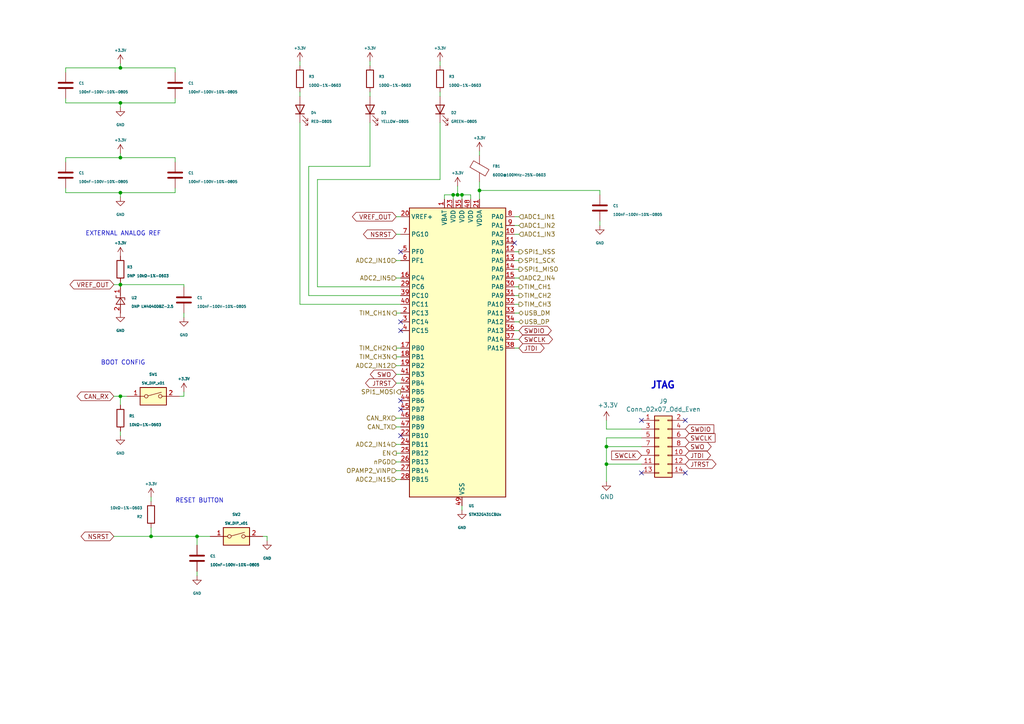
<source format=kicad_sch>
(kicad_sch (version 20230121) (generator eeschema)
  (paper "A4")
  (lib_symbols
    (symbol "Connector_Generic:Conn_02x07_Odd_Even" (pin_names (offset 1.016) hide)
      (property "Reference" "J" (at 1.27 10.16 0))
      (property "Value" "Conn_02x07_Odd_Even" (at 1.27 -10.16 0))
      (symbol "Conn_02x07_Odd_Even_1_1"
        (rectangle (start -1.27 -7.493) (end 0 -7.747) (stroke (width 0.1524)))
        (rectangle (start -1.27 -4.953) (end 0 -5.207) (stroke (width 0.1524)))
        (rectangle (start -1.27 -2.413) (end 0 -2.667) (stroke (width 0.1524)))
        (rectangle (start -1.27 0.127) (end 0 -0.127) (stroke (width 0.1524)))
        (rectangle (start -1.27 2.667) (end 0 2.413) (stroke (width 0.1524)))
        (rectangle (start -1.27 5.207) (end 0 4.953) (stroke (width 0.1524)))
        (rectangle (start -1.27 7.747) (end 0 7.493) (stroke (width 0.1524)))
        (rectangle (start -1.27 8.89) (end 3.81 -8.89) (stroke (width 0.254)) (fill (type background)))
        (rectangle (start 3.81 -7.493) (end 2.54 -7.747) (stroke (width 0.1524)))
        (rectangle (start 3.81 -4.953) (end 2.54 -5.207) (stroke (width 0.1524)))
        (rectangle (start 3.81 -2.413) (end 2.54 -2.667) (stroke (width 0.1524)))
        (rectangle (start 3.81 0.127) (end 2.54 -0.127) (stroke (width 0.1524)))
        (rectangle (start 3.81 2.667) (end 2.54 2.413) (stroke (width 0.1524)))
        (rectangle (start 3.81 5.207) (end 2.54 4.953) (stroke (width 0.1524)))
        (rectangle (start 3.81 7.747) (end 2.54 7.493) (stroke (width 0.1524)))
        (pin passive line (at -5.08 7.62 0) (length 3.81) (name "Pin_1") (number "1"))
        (pin passive line (at 7.62 -2.54 180) (length 3.81) (name "Pin_10") (number "10"))
        (pin passive line (at -5.08 -5.08 0) (length 3.81) (name "Pin_11") (number "11"))
        (pin passive line (at 7.62 -5.08 180) (length 3.81) (name "Pin_12") (number "12"))
        (pin passive line (at -5.08 -7.62 0) (length 3.81) (name "Pin_13") (number "13"))
        (pin passive line (at 7.62 -7.62 180) (length 3.81) (name "Pin_14") (number "14"))
        (pin passive line (at 7.62 7.62 180) (length 3.81) (name "Pin_2") (number "2"))
        (pin passive line (at -5.08 5.08 0) (length 3.81) (name "Pin_3") (number "3"))
        (pin passive line (at 7.62 5.08 180) (length 3.81) (name "Pin_4") (number "4"))
        (pin passive line (at -5.08 2.54 0) (length 3.81) (name "Pin_5") (number "5"))
        (pin passive line (at 7.62 2.54 180) (length 3.81) (name "Pin_6") (number "6"))
        (pin passive line (at -5.08 0 0) (length 3.81) (name "Pin_7") (number "7"))
        (pin passive line (at 7.62 0 180) (length 3.81) (name "Pin_8") (number "8"))
        (pin passive line (at -5.08 -2.54 0) (length 3.81) (name "Pin_9") (number "9"))
      )
    )
    (symbol "Device:C" (pin_numbers hide) (pin_names (offset 0.254))
      (property "Reference" "C" (at 0.635 2.54 0))
      (property "Value" "C" (at 0.635 -2.54 0))
      (symbol "C_0_1"
        (polyline (pts (xy -2.032 -0.762) (xy 2.032 -0.762)) (stroke (width 0.508)))
        (polyline (pts (xy -2.032 0.762) (xy 2.032 0.762)) (stroke (width 0.508)))
      )
      (symbol "C_1_1"
        (pin passive line (at 0 3.81 270) (length 2.794) (name "~") (number "1"))
        (pin passive line (at 0 -3.81 90) (length 2.794) (name "~") (number "2"))
      )
    )
    (symbol "Device:FerriteBead" (pin_numbers hide) (pin_names (offset 0))
      (property "Reference" "FB" (at -3.81 0.635 90))
      (property "Value" "FerriteBead" (at 3.81 0 90))
      (symbol "FerriteBead_0_1"
        (polyline (pts (xy 0 -1.27) (xy 0 -1.2192)))
        (polyline (pts (xy 0 1.27) (xy 0 1.2954)))
        (polyline (pts (xy -2.7686 0.4064) (xy -1.7018 2.2606) (xy 2.7686 -0.3048) (xy 1.6764 -2.159) (xy -2.7686 0.4064)))
      )
      (symbol "FerriteBead_1_1"
        (pin passive line (at 0 3.81 270) (length 2.54) (name "~") (number "1"))
        (pin passive line (at 0 -3.81 90) (length 2.54) (name "~") (number "2"))
      )
    )
    (symbol "Device:LED" (pin_numbers hide) (pin_names (offset 1.016) hide)
      (property "Reference" "D" (at 0 2.54 0))
      (property "Value" "LED" (at 0 -2.54 0))
      (symbol "LED_0_1"
        (polyline (pts (xy -1.27 -1.27) (xy -1.27 1.27)) (stroke (width 0.254)))
        (polyline (pts (xy -1.27 0) (xy 1.27 0)))
        (polyline (pts (xy 1.27 -1.27) (xy 1.27 1.27) (xy -1.27 0) (xy 1.27 -1.27)) (stroke (width 0.254)))
        (polyline (pts (xy -3.048 -0.762) (xy -4.572 -2.286) (xy -3.81 -2.286) (xy -4.572 -2.286) (xy -4.572 -1.524)))
        (polyline (pts (xy -1.778 -0.762) (xy -3.302 -2.286) (xy -2.54 -2.286) (xy -3.302 -2.286) (xy -3.302 -1.524)))
      )
      (symbol "LED_1_1"
        (pin passive line (at -3.81 0 0) (length 2.54) (name "K") (number "1"))
        (pin passive line (at 3.81 0 180) (length 2.54) (name "A") (number "2"))
      )
    )
    (symbol "Device:R" (pin_numbers hide) (pin_names (offset 0))
      (property "Reference" "R" (at 2.032 0 90))
      (property "Value" "R" (at 0 0 90))
      (symbol "R_0_1"
        (rectangle (start -1.016 -2.54) (end 1.016 2.54) (stroke (width 0.254)))
      )
      (symbol "R_1_1"
        (pin passive line (at 0 3.81 270) (length 1.27) (name "~") (number "1"))
        (pin passive line (at 0 -3.81 90) (length 1.27) (name "~") (number "2"))
      )
    )
    (symbol "MCU_ST_STM32G4:STM32G431CBUx"
      (property "Reference" "U" (at -12.7 44.45 0))
      (property "Value" "STM32G431CBUx" (at 10.16 44.45 0))
      (symbol "STM32G431CBUx_0_1"
        (rectangle (start -12.7 -40.64) (end 15.24 43.18) (stroke (width 0.254)) (fill (type background)))
      )
      (symbol "STM32G431CBUx_1_1"
        (pin power_in line (at -2.54 45.72 270) (length 2.54) (name "VBAT") (number "1"))
        (pin bidirectional line (at 17.78 35.56 180) (length 2.54) (name "PA2") (number "10"))
        (pin bidirectional line (at 17.78 33.02 180) (length 2.54) (name "PA3") (number "11"))
        (pin bidirectional line (at 17.78 30.48 180) (length 2.54) (name "PA4") (number "12"))
        (pin bidirectional line (at 17.78 27.94 180) (length 2.54) (name "PA5") (number "13"))
        (pin bidirectional line (at 17.78 25.4 180) (length 2.54) (name "PA6") (number "14"))
        (pin bidirectional line (at 17.78 22.86 180) (length 2.54) (name "PA7") (number "15"))
        (pin bidirectional line (at -15.24 22.86 0) (length 2.54) (name "PC4") (number "16"))
        (pin bidirectional line (at -15.24 2.54 0) (length 2.54) (name "PB0") (number "17"))
        (pin bidirectional line (at -15.24 0 0) (length 2.54) (name "PB1") (number "18"))
        (pin bidirectional line (at -15.24 -2.54 0) (length 2.54) (name "PB2") (number "19"))
        (pin bidirectional line (at -15.24 12.7 0) (length 2.54) (name "PC13") (number "2"))
        (pin input line (at -15.24 40.64 0) (length 2.54) (name "VREF+") (number "20"))
        (pin power_in line (at 7.62 45.72 270) (length 2.54) (name "VDDA") (number "21"))
        (pin bidirectional line (at -15.24 -22.86 0) (length 2.54) (name "PB10") (number "22"))
        (pin power_in line (at 0 45.72 270) (length 2.54) (name "VDD") (number "23"))
        (pin bidirectional line (at -15.24 -25.4 0) (length 2.54) (name "PB11") (number "24"))
        (pin bidirectional line (at -15.24 -27.94 0) (length 2.54) (name "PB12") (number "25"))
        (pin bidirectional line (at -15.24 -30.48 0) (length 2.54) (name "PB13") (number "26"))
        (pin bidirectional line (at -15.24 -33.02 0) (length 2.54) (name "PB14") (number "27"))
        (pin bidirectional line (at -15.24 -35.56 0) (length 2.54) (name "PB15") (number "28"))
        (pin bidirectional line (at -15.24 20.32 0) (length 2.54) (name "PC6") (number "29"))
        (pin bidirectional line (at -15.24 10.16 0) (length 2.54) (name "PC14") (number "3"))
        (pin bidirectional line (at 17.78 20.32 180) (length 2.54) (name "PA8") (number "30"))
        (pin bidirectional line (at 17.78 17.78 180) (length 2.54) (name "PA9") (number "31"))
        (pin bidirectional line (at 17.78 15.24 180) (length 2.54) (name "PA10") (number "32"))
        (pin bidirectional line (at 17.78 12.7 180) (length 2.54) (name "PA11") (number "33"))
        (pin bidirectional line (at 17.78 10.16 180) (length 2.54) (name "PA12") (number "34"))
        (pin power_in line (at 2.54 45.72 270) (length 2.54) (name "VDD") (number "35"))
        (pin bidirectional line (at 17.78 7.62 180) (length 2.54) (name "PA13") (number "36"))
        (pin bidirectional line (at 17.78 5.08 180) (length 2.54) (name "PA14") (number "37"))
        (pin bidirectional line (at 17.78 2.54 180) (length 2.54) (name "PA15") (number "38"))
        (pin bidirectional line (at -15.24 17.78 0) (length 2.54) (name "PC10") (number "39"))
        (pin bidirectional line (at -15.24 7.62 0) (length 2.54) (name "PC15") (number "4"))
        (pin bidirectional line (at -15.24 15.24 0) (length 2.54) (name "PC11") (number "40"))
        (pin bidirectional line (at -15.24 -5.08 0) (length 2.54) (name "PB3") (number "41"))
        (pin bidirectional line (at -15.24 -7.62 0) (length 2.54) (name "PB4") (number "42"))
        (pin bidirectional line (at -15.24 -10.16 0) (length 2.54) (name "PB5") (number "43"))
        (pin bidirectional line (at -15.24 -12.7 0) (length 2.54) (name "PB6") (number "44"))
        (pin bidirectional line (at -15.24 -15.24 0) (length 2.54) (name "PB7") (number "45"))
        (pin bidirectional line (at -15.24 -17.78 0) (length 2.54) (name "PB8") (number "46"))
        (pin bidirectional line (at -15.24 -20.32 0) (length 2.54) (name "PB9") (number "47"))
        (pin power_in line (at 5.08 45.72 270) (length 2.54) (name "VDD") (number "48"))
        (pin power_in line (at 2.54 -43.18 90) (length 2.54) (name "VSS") (number "49"))
        (pin bidirectional line (at -15.24 30.48 0) (length 2.54) (name "PF0") (number "5"))
        (pin bidirectional line (at -15.24 27.94 0) (length 2.54) (name "PF1") (number "6"))
        (pin bidirectional line (at -15.24 35.56 0) (length 2.54) (name "PG10") (number "7"))
        (pin bidirectional line (at 17.78 40.64 180) (length 2.54) (name "PA0") (number "8"))
        (pin bidirectional line (at 17.78 38.1 180) (length 2.54) (name "PA1") (number "9"))
      )
    )
    (symbol "Reference_Voltage:LM4040DBZ-2.5" (pin_names (offset 0.0254) hide)
      (property "Reference" "U" (at 0 2.54 0))
      (property "Value" "LM4040DBZ-2.5" (at 0 -3.175 0))
      (symbol "LM4040DBZ-2.5_0_1"
        (polyline (pts (xy -1.27 0) (xy 0 0) (xy 1.27 0)))
        (polyline (pts (xy -1.27 -1.27) (xy 0.635 0) (xy -1.27 1.27) (xy -1.27 -1.27)) (stroke (width 0.2032)))
        (polyline (pts (xy 0 -1.27) (xy 0.635 -1.27) (xy 0.635 1.27) (xy 1.27 1.27)) (stroke (width 0.2032)))
      )
      (symbol "LM4040DBZ-2.5_1_1"
        (pin passive line (at 3.81 0 180) (length 2.54) (name "K") (number "1"))
        (pin passive line (at -3.81 0 0) (length 2.54) (name "A") (number "2"))
      )
    )
    (symbol "Switch:SW_DIP_x01" (pin_names (offset 0) hide)
      (property "Reference" "SW" (at 0 3.81 0))
      (property "Value" "SW_DIP_x01" (at 0 -3.81 0))
      (symbol "SW_DIP_x01_0_0"
        (circle (center -2.032 0) (radius 0.508))
        (polyline (pts (xy -1.524 0.127) (xy 2.3622 1.1684)))
        (circle (center 2.032 0) (radius 0.508))
      )
      (symbol "SW_DIP_x01_0_1"
        (rectangle (start -3.81 2.54) (end 3.81 -2.54) (stroke (width 0.254)) (fill (type background)))
      )
      (symbol "SW_DIP_x01_1_1"
        (pin passive line (at -7.62 0 0) (length 5.08) (name "~") (number "1"))
        (pin passive line (at 7.62 0 180) (length 5.08) (name "~") (number "2"))
      )
    )
    (symbol "power:+3.3V" (power) (pin_names (offset 0))
      (property "Value" "+3.3V" (at 0 3.556 0))
      (symbol "+3.3V_0_1"
        (polyline (pts (xy -0.762 1.27) (xy 0 2.54)))
        (polyline (pts (xy 0 0) (xy 0 2.54)))
        (polyline (pts (xy 0 2.54) (xy 0.762 1.27)))
      )
      (symbol "+3.3V_1_1"
        (pin power_in line (at 0 0 90) (length 0) hide (name "+3.3V") (number "1"))
      )
    )
    (symbol "power:GND" (power) (pin_names (offset 0))
      (property "Value" "GND" (at 0 -3.81 0))
      (symbol "GND_0_1"
        (polyline (pts (xy 0 0) (xy 0 -1.27) (xy 1.27 -1.27) (xy 0 -2.54) (xy -1.27 -1.27) (xy 0 -1.27)))
      )
      (symbol "GND_1_1"
        (pin power_in line (at 0 0 270) (length 0) hide (name "GND") (number "1"))
      )
    )
  )
  (junction (at 34.925 55.88))
  (junction (at 43.815 155.575))
  (junction (at 57.15 155.575))
  (junction (at 175.895 134.62))
  (junction (at 131.445 56.515))
  (junction (at 34.925 82.55))
  (junction (at 133.985 56.515))
  (junction (at 175.895 129.54))
  (junction (at 34.925 114.935))
  (junction (at 34.925 29.845))
  (junction (at 132.715 56.515))
  (junction (at 34.925 19.685))
  (junction (at 34.925 45.72))
  (junction (at 139.065 55.245))
  (no_connect (at 116.205 73.025))
  (no_connect (at 116.205 95.885))
  (no_connect (at 186.055 121.92))
  (no_connect (at 116.205 118.745))
  (no_connect (at 116.205 126.365))
  (no_connect (at 149.225 70.485))
  (no_connect (at 186.055 137.16))
  (no_connect (at 116.205 116.205))
  (no_connect (at 198.755 121.92))
  (no_connect (at 116.205 93.345))
  (no_connect (at 198.755 137.16))
  (wire (pts (xy 19.05 29.845) (xy 34.925 29.845)))
  (wire (pts (xy 139.065 43.815) (xy 139.065 45.085)))
  (wire (pts (xy 77.47 156.845) (xy 77.47 155.575)))
  (wire (pts (xy 149.225 88.265) (xy 150.495 88.265)))
  (wire (pts (xy 50.8 19.685) (xy 50.8 20.955)))
  (wire (pts (xy 139.065 52.705) (xy 139.065 55.245)))
  (wire (pts (xy 133.985 56.515) (xy 133.985 57.785)))
  (wire (pts (xy 175.895 134.62) (xy 186.055 134.62)))
  (wire (pts (xy 50.8 45.72) (xy 50.8 46.99)))
  (wire (pts (xy 34.925 19.685) (xy 50.8 19.685)))
  (wire (pts (xy 50.8 55.88) (xy 50.8 54.61)))
  (wire (pts (xy 133.985 146.685) (xy 133.985 147.955)))
  (wire (pts (xy 149.225 95.885) (xy 150.495 95.885)))
  (wire (pts (xy 86.995 17.78) (xy 86.995 19.05)))
  (wire (pts (xy 149.225 83.185) (xy 150.495 83.185)))
  (wire (pts (xy 127.635 35.56) (xy 127.635 52.07)))
  (wire (pts (xy 92.075 83.185) (xy 92.075 52.07)))
  (wire (pts (xy 139.065 55.245) (xy 139.065 57.785)))
  (wire (pts (xy 173.99 64.135) (xy 173.99 65.405)))
  (wire (pts (xy 34.925 45.72) (xy 50.8 45.72)))
  (wire (pts (xy 34.925 55.88) (xy 50.8 55.88)))
  (wire (pts (xy 43.815 145.415) (xy 43.815 144.145)))
  (wire (pts (xy 116.205 67.945) (xy 114.935 67.945)))
  (wire (pts (xy 76.2 155.575) (xy 77.47 155.575)))
  (wire (pts (xy 53.34 90.805) (xy 53.34 92.075)))
  (wire (pts (xy 34.925 82.55) (xy 34.925 83.185)))
  (wire (pts (xy 52.07 114.935) (xy 53.34 114.935)))
  (wire (pts (xy 34.925 29.845) (xy 50.8 29.845)))
  (wire (pts (xy 34.925 114.935) (xy 36.83 114.935)))
  (wire (pts (xy 132.715 53.975) (xy 132.715 56.515)))
  (wire (pts (xy 116.205 100.965) (xy 114.935 100.965)))
  (wire (pts (xy 127.635 26.67) (xy 127.635 27.94)))
  (wire (pts (xy 34.925 55.88) (xy 34.925 57.15)))
  (wire (pts (xy 19.05 20.955) (xy 19.05 19.685)))
  (wire (pts (xy 107.315 17.78) (xy 107.315 19.05)))
  (wire (pts (xy 33.02 82.55) (xy 34.925 82.55)))
  (wire (pts (xy 34.925 44.45) (xy 34.925 45.72)))
  (wire (pts (xy 127.635 17.78) (xy 127.635 19.05)))
  (wire (pts (xy 89.535 85.725) (xy 116.205 85.725)))
  (wire (pts (xy 19.05 28.575) (xy 19.05 29.845)))
  (wire (pts (xy 149.225 93.345) (xy 150.495 93.345)))
  (wire (pts (xy 43.815 155.575) (xy 57.15 155.575)))
  (wire (pts (xy 186.055 127) (xy 175.895 127)))
  (wire (pts (xy 116.205 80.645) (xy 114.935 80.645)))
  (wire (pts (xy 33.02 114.935) (xy 34.925 114.935)))
  (wire (pts (xy 149.225 73.025) (xy 150.495 73.025)))
  (wire (pts (xy 116.205 108.585) (xy 114.935 108.585)))
  (wire (pts (xy 128.905 57.785) (xy 128.905 56.515)))
  (wire (pts (xy 57.15 155.575) (xy 60.96 155.575)))
  (wire (pts (xy 175.895 124.46) (xy 186.055 124.46)))
  (wire (pts (xy 149.225 85.725) (xy 150.495 85.725)))
  (wire (pts (xy 149.225 65.405) (xy 150.495 65.405)))
  (wire (pts (xy 19.05 54.61) (xy 19.05 55.88)))
  (wire (pts (xy 116.205 62.865) (xy 114.935 62.865)))
  (wire (pts (xy 34.925 29.845) (xy 34.925 31.115)))
  (wire (pts (xy 34.925 18.415) (xy 34.925 19.685)))
  (wire (pts (xy 149.225 80.645) (xy 150.495 80.645)))
  (wire (pts (xy 149.225 67.945) (xy 150.495 67.945)))
  (wire (pts (xy 128.905 56.515) (xy 131.445 56.515)))
  (wire (pts (xy 131.445 56.515) (xy 132.715 56.515)))
  (wire (pts (xy 107.315 35.56) (xy 107.315 48.26)))
  (wire (pts (xy 114.935 133.985) (xy 116.205 133.985)))
  (wire (pts (xy 34.925 114.935) (xy 34.925 117.475)))
  (wire (pts (xy 57.15 165.735) (xy 57.15 167.005)))
  (wire (pts (xy 173.99 55.245) (xy 139.065 55.245)))
  (wire (pts (xy 116.205 90.805) (xy 114.935 90.805)))
  (wire (pts (xy 86.995 88.265) (xy 116.205 88.265)))
  (wire (pts (xy 175.895 134.62) (xy 175.895 139.7)))
  (wire (pts (xy 53.34 114.935) (xy 53.34 113.665)))
  (wire (pts (xy 92.075 52.07) (xy 127.635 52.07)))
  (wire (pts (xy 149.225 100.965) (xy 150.495 100.965)))
  (wire (pts (xy 89.535 48.26) (xy 107.315 48.26)))
  (wire (pts (xy 116.205 123.825) (xy 114.935 123.825)))
  (wire (pts (xy 149.225 62.865) (xy 150.495 62.865)))
  (wire (pts (xy 149.225 90.805) (xy 150.495 90.805)))
  (wire (pts (xy 136.525 56.515) (xy 136.525 57.785)))
  (wire (pts (xy 149.225 78.105) (xy 150.495 78.105)))
  (wire (pts (xy 175.895 129.54) (xy 175.895 134.62)))
  (wire (pts (xy 19.05 55.88) (xy 34.925 55.88)))
  (wire (pts (xy 149.225 98.425) (xy 150.495 98.425)))
  (wire (pts (xy 116.205 75.565) (xy 114.935 75.565)))
  (wire (pts (xy 132.715 56.515) (xy 133.985 56.515)))
  (wire (pts (xy 175.895 124.46) (xy 175.895 121.92)))
  (wire (pts (xy 116.205 111.125) (xy 114.935 111.125)))
  (wire (pts (xy 116.205 103.505) (xy 114.935 103.505)))
  (wire (pts (xy 50.8 29.845) (xy 50.8 28.575)))
  (wire (pts (xy 149.225 75.565) (xy 150.495 75.565)))
  (wire (pts (xy 34.925 82.55) (xy 53.34 82.55)))
  (wire (pts (xy 116.205 106.045) (xy 114.935 106.045)))
  (wire (pts (xy 175.895 129.54) (xy 186.055 129.54)))
  (wire (pts (xy 131.445 56.515) (xy 131.445 57.785)))
  (wire (pts (xy 116.205 128.905) (xy 114.935 128.905)))
  (wire (pts (xy 53.34 82.55) (xy 53.34 83.185)))
  (wire (pts (xy 34.925 125.095) (xy 34.925 126.365)))
  (wire (pts (xy 92.075 83.185) (xy 116.205 83.185)))
  (wire (pts (xy 43.815 155.575) (xy 43.815 153.035)))
  (wire (pts (xy 19.05 19.685) (xy 34.925 19.685)))
  (wire (pts (xy 114.935 131.445) (xy 116.205 131.445)))
  (wire (pts (xy 175.895 127) (xy 175.895 129.54)))
  (wire (pts (xy 86.995 26.67) (xy 86.995 27.94)))
  (wire (pts (xy 19.05 46.99) (xy 19.05 45.72)))
  (wire (pts (xy 89.535 85.725) (xy 89.535 48.26)))
  (wire (pts (xy 116.205 136.525) (xy 114.935 136.525)))
  (wire (pts (xy 133.985 56.515) (xy 136.525 56.515)))
  (wire (pts (xy 57.15 155.575) (xy 57.15 158.115)))
  (wire (pts (xy 86.995 35.56) (xy 86.995 88.265)))
  (wire (pts (xy 19.05 45.72) (xy 34.925 45.72)))
  (wire (pts (xy 33.02 155.575) (xy 43.815 155.575)))
  (wire (pts (xy 34.925 81.915) (xy 34.925 82.55)))
  (wire (pts (xy 107.315 26.67) (xy 107.315 27.94)))
  (wire (pts (xy 116.205 139.065) (xy 114.935 139.065)))
  (wire (pts (xy 173.99 56.515) (xy 173.99 55.245)))
  (wire (pts (xy 116.205 121.285) (xy 114.935 121.285)))
  (text "JTAG" (at 188.595 113.03 0) (effects (font (size 2.0066 2.0066) (thickness 0.4013) bold) (justify left bottom)))
  (text "RESET BUTTON" (at 50.8 146.05 0) (effects (font (size 1.27 1.27)) (justify left bottom)))
  (text "BOOT CONFIG" (at 29.21 106.045 0) (effects (font (size 1.27 1.27)) (justify left bottom)))
  (text "EXTERNAL ANALOG REF" (at 24.765 68.58 0) (effects (font (size 1.27 1.27)) (justify left bottom)))
  (global_label "SWDIO" (shape bidirectional) (at 150.495 95.885 0) (property "Intersheetrefs" "${INTERSHEET_REFS}" (effects hide)))
  (global_label "SWCLK" (shape input) (at 186.055 132.08 180) (property "Intersheetrefs" "${INTERSHEET_REFS}" (effects hide)))
  (global_label "JTRST" (shape bidirectional) (at 114.935 111.125 180) (property "Intersheetrefs" "${INTERSHEET_REFS}" (effects hide)))
  (global_label "JTRST" (shape bidirectional) (at 198.755 134.62 0) (property "Intersheetrefs" "${INTERSHEET_REFS}" (effects hide)))
  (global_label "CAN_RX" (shape bidirectional) (at 33.02 114.935 180) (property "Intersheetrefs" "${INTERSHEET_REFS}" (effects hide)))
  (global_label "JTDI" (shape bidirectional) (at 150.495 100.965 0) (property "Intersheetrefs" "${INTERSHEET_REFS}" (effects hide)))
  (global_label "SWO" (shape bidirectional) (at 198.755 129.54 0) (property "Intersheetrefs" "${INTERSHEET_REFS}" (effects hide)))
  (global_label "JTDI" (shape bidirectional) (at 198.755 132.08 0) (property "Intersheetrefs" "${INTERSHEET_REFS}" (effects hide)))
  (global_label "NSRST" (shape bidirectional) (at 114.935 67.945 180) (property "Intersheetrefs" "${INTERSHEET_REFS}" (effects hide)))
  (global_label "VREF_OUT" (shape bidirectional) (at 114.935 62.865 180) (property "Intersheetrefs" "${INTERSHEET_REFS}" (effects hide)))
  (global_label "SWCLK" (shape bidirectional) (at 150.495 98.425 0) (property "Intersheetrefs" "${INTERSHEET_REFS}" (effects hide)))
  (global_label "SWCLK" (shape input) (at 198.755 127 0) (property "Intersheetrefs" "${INTERSHEET_REFS}" (effects hide)))
  (global_label "VREF_OUT" (shape bidirectional) (at 33.02 82.55 180) (property "Intersheetrefs" "${INTERSHEET_REFS}" (effects hide)))
  (global_label "SWDIO" (shape input) (at 198.755 124.46 0) (property "Intersheetrefs" "${INTERSHEET_REFS}" (effects hide)))
  (global_label "SWO" (shape bidirectional) (at 114.935 108.585 180) (property "Intersheetrefs" "${INTERSHEET_REFS}" (effects hide)))
  (global_label "NSRST" (shape bidirectional) (at 33.02 155.575 180) (property "Intersheetrefs" "${INTERSHEET_REFS}" (effects hide)))
  (hierarchical_label "TIM_CH3" (shape output) (at 150.495 88.265 0))
  (hierarchical_label "ADC1_IN2" (shape input) (at 150.495 65.405 0))
  (hierarchical_label "OPAMP2_VINP" (shape input) (at 114.935 136.525 180))
  (hierarchical_label "TIM_CH1N" (shape output) (at 114.935 90.805 180))
  (hierarchical_label "EN" (shape output) (at 114.935 131.445 180))
  (hierarchical_label "TIM_CH2" (shape output) (at 150.495 85.725 0))
  (hierarchical_label "ADC2_IN14" (shape input) (at 114.935 128.905 180))
  (hierarchical_label "SPI1_MOSI" (shape output) (at 116.205 113.665 180))
  (hierarchical_label "ADC2_IN5" (shape input) (at 114.935 80.645 180))
  (hierarchical_label "ADC2_IN10" (shape input) (at 114.935 75.565 180))
  (hierarchical_label "USB_DP" (shape bidirectional) (at 150.495 93.345 0))
  (hierarchical_label "TIM_CH3N" (shape output) (at 114.935 103.505 180))
  (hierarchical_label "SPI1_NSS" (shape output) (at 150.495 73.025 0))
  (hierarchical_label "SPI1_MISO" (shape output) (at 150.495 78.105 0))
  (hierarchical_label "ADC2_IN15" (shape input) (at 114.935 139.065 180))
  (hierarchical_label "USB_DM" (shape bidirectional) (at 150.495 90.805 0))
  (hierarchical_label "ADC2_IN4" (shape input) (at 150.495 80.645 0))
  (hierarchical_label "TIM_CH1" (shape output) (at 150.495 83.185 0))
  (hierarchical_label "SPI1_SCK" (shape output) (at 150.495 75.565 0))
  (hierarchical_label "TIM_CH2N" (shape output) (at 114.935 100.965 180))
  (hierarchical_label "CAN_TX" (shape input) (at 114.935 123.825 180))
  (hierarchical_label "ADC1_IN3" (shape input) (at 150.495 67.945 0))
  (hierarchical_label "ADC2_IN12" (shape input) (at 114.935 106.045 180))
  (hierarchical_label "ADC1_IN1" (shape input) (at 150.495 62.865 0))
  (hierarchical_label "nPGD" (shape input) (at 114.935 133.985 180))
  (hierarchical_label "CAN_RX" (shape input) (at 114.935 121.285 180))
  (symbol (lib_id "power:GND") (at 57.15 167.005 0) (unit 1)
    (property "Reference" "#PWR03" (effects hide))
    (property "Value" "GND" (at 57.15 172.085 0) (effects (font (size 0.75 0.75))))
    (instances (project "Knockoff Inverter" (path "" (reference "#PWR03") (unit 1)) (path "" (reference "#PWR031") (unit 1))))
  )
  (symbol (lib_id "power:+3.3V") (at 132.715 53.975 0) (unit 1)
    (property "Reference" "#PWR06" (effects hide))
    (property "Value" "+3.3V" (at 132.715 50.165 0) (effects (font (size 0.75 0.75))))
    (instances (project "Knockoff Inverter" (path "" (reference "#PWR06") (unit 1)) (path "" (reference "#PWR05") (unit 1))))
  )
  (symbol (lib_id "power:GND") (at 53.34 92.075 0) (unit 1)
    (property "Reference" "#PWR03" (effects hide))
    (property "Value" "GND" (at 53.34 97.155 0) (effects (font (size 0.75 0.75))))
    (instances (project "Knockoff Inverter" (path "" (reference "#PWR03") (unit 1)) (path "" (reference "#PWR069") (unit 1))))
  )
  (symbol (lib_id "Device:R") (at 43.815 149.225 180) (unit 1)
    (property "Reference" "R2" (at 41.275 149.86 0) (effects (font (size 0.75 0.75)) (justify left)))
    (property "Value" "10kΩ-1%-0603" (at 41.275 147.32 0) (effects (font (size 0.75 0.75)) (justify left)))
    (property "Footprint" "Resistor_SMD:R_0603_1608Metric" (effects hide))
    (property "Datasheet" "0603WAF1002T5E" (effects hide))
    (property "LCSC" "C25197" (effects hide))
    (property "MPN" "C25197" (effects hide))
  )
  (symbol (lib_id "power:+3.3V") (at 53.34 113.665 0) (unit 1)
    (property "Reference" "#PWR02" (effects hide))
    (property "Value" "+3.3V" (at 53.34 109.855 0) (effects (font (size 0.75 0.75))))
    (instances (project "Knockoff Inverter" (path "" (reference "#PWR02") (unit 1)) (path "" (reference "#PWR03") (unit 1))))
  )
  (symbol (lib_id "Switch:SW_DIP_x01") (at 68.58 155.575 0) (unit 1)
    (property "Reference" "SW2" (at 68.58 149.225 0) (effects (font (size 0.75 0.75))))
    (property "Value" "SW_DIP_x01" (at 68.58 151.765 0) (effects (font (size 0.75 0.75))))
    (property "Footprint" "_Home_Grow:TS1187ABAB" (effects hide))
    (property "LCSC" "C318884" (effects hide))
    (property "MPN" "C318884" (effects hide))
  )
  (symbol (lib_id "power:+3.3V") (at 34.925 18.415 0) (unit 1)
    (property "Reference" "#PWR07" (effects hide))
    (property "Value" "+3.3V" (at 34.925 14.605 0) (effects (font (size 0.75 0.75))))
    (instances (project "Knockoff Inverter" (path "" (reference "#PWR07") (unit 1)) (path "" (reference "#PWR020") (unit 1))))
  )
  (symbol (lib_id "Device:C") (at 173.99 60.325 180) (unit 1)
    (property "Reference" "C1" (at 177.8 59.69 0) (effects (font (size 0.75 0.75)) (justify right)))
    (property "Value" "100nF-100V-10%-0805" (at 177.8 62.23 0) (effects (font (size 0.75 0.75)) (justify right)))
    (property "Footprint" "Capacitor_SMD:C_0805_2012Metric" (effects hide))
    (property "Datasheet" "https://www.lcsc.com/product-detail/Multilayer-Ceramic-Capacitors-MLCC-SMD-SMT_Samsung-Electro-Mechanics-CL21B104KCFNNNE_C28233.html" (effects hide))
    (property "LCSC" "C28233" (effects hide))
    (property "MPN" "C28233" (effects hide))
    (instances (project "Knockoff Inverter" (path "" (reference "C1") (unit 1)) (path "" (reference "C3") (unit 1)) (path "" (reference "C14") (unit 1))))
  )
  (symbol (lib_id "power:+3.3V") (at 127.635 17.78 0) (unit 1)
    (property "Reference" "#PWR07" (effects hide))
    (property "Value" "+3.3V" (at 127.635 13.97 0) (effects (font (size 0.75 0.75))))
    (instances (project "Knockoff Inverter" (path "" (reference "#PWR07") (unit 1)) (path "" (reference "#PWR072") (unit 1))))
  )
  (symbol (lib_id "power:GND") (at 133.985 147.955 0) (unit 1)
    (property "Reference" "#PWR05" (effects hide))
    (property "Value" "GND" (at 133.985 153.035 0) (effects (font (size 0.75 0.75))))
    (instances (project "Knockoff Inverter" (path "" (reference "#PWR05") (unit 1)) (path "" (reference "#PWR06") (unit 1))))
  )
  (symbol (lib_id "power:GND") (at 77.47 156.845 0) (unit 1)
    (property "Reference" "#PWR01" (effects hide))
    (property "Value" "GND" (at 77.47 161.925 0) (effects (font (size 0.75 0.75))))
    (instances (project "Knockoff Inverter" (path "" (reference "#PWR01") (unit 1)) (path "" (reference "#PWR04") (unit 1))))
  )
  (symbol (lib_id "Device:R") (at 107.315 22.86 0) (unit 1)
    (property "Reference" "R3" (at 109.855 22.225 0) (effects (font (size 0.75 0.75)) (justify left)))
    (property "Value" "100Ω-1%-0603" (at 109.855 24.765 0) (effects (font (size 0.75 0.75)) (justify left)))
    (property "Footprint" "Resistor_SMD:R_0603_1608Metric" (effects hide))
    (property "Datasheet" "0603WAF1000T5E" (effects hide))
    (property "LCSC" "C22775" (effects hide))
    (property "MPN" "C22775" (effects hide))
    (instances (project "Knockoff Inverter" (path "" (reference "R3") (unit 1)) (path "" (reference "R12") (unit 1))))
  )
  (symbol (lib_id "Device:C") (at 50.8 50.8 180) (unit 1)
    (property "Reference" "C1" (at 54.61 50.165 0) (effects (font (size 0.75 0.75)) (justify right)))
    (property "Value" "100nF-100V-10%-0805" (at 54.61 52.705 0) (effects (font (size 0.75 0.75)) (justify right)))
    (property "Footprint" "Capacitor_SMD:C_0805_2012Metric" (effects hide))
    (property "Datasheet" "https://www.lcsc.com/product-detail/Multilayer-Ceramic-Capacitors-MLCC-SMD-SMT_Samsung-Electro-Mechanics-CL21B104KCFNNNE_C28233.html" (effects hide))
    (property "LCSC" "C28233" (effects hide))
    (property "MPN" "C28233" (effects hide))
    (instances (project "Knockoff Inverter" (path "" (reference "C1") (unit 1)) (path "" (reference "C3") (unit 1)) (path "" (reference "C9") (unit 1))))
  )
  (symbol (lib_id "Device:C") (at 57.15 161.925 180) (unit 1)
    (property "Reference" "C1" (at 60.96 161.29 0) (effects (font (size 0.75 0.75)) (justify right)))
    (property "Value" "100nF-100V-10%-0805" (at 60.96 163.83 0) (effects (font (size 0.75 0.75)) (justify right)))
    (property "Footprint" "Capacitor_SMD:C_0805_2012Metric" (effects hide))
    (property "Datasheet" "https://www.lcsc.com/product-detail/Multilayer-Ceramic-Capacitors-MLCC-SMD-SMT_Samsung-Electro-Mechanics-CL21B104KCFNNNE_C28233.html" (effects hide))
    (property "LCSC" "C28233" (effects hide))
    (property "MPN" "C28233" (effects hide))
    (instances (project "Knockoff Inverter" (path "" (reference "C1") (unit 1)) (path "" (reference "C3") (unit 1)) (path "" (reference "C11") (unit 1))))
  )
  (symbol (lib_id "Device:LED") (at 107.315 31.75 90) (unit 1)
    (property "Reference" "D3" (at 110.49 32.7025 90) (effects (font (size 0.75 0.75)) (justify right)))
    (property "Value" "YELLOW-0805" (at 110.49 35.2425 90) (effects (font (size 0.75 0.75)) (justify right)))
    (property "Footprint" "LED_SMD:LED_0805_2012Metric" (effects hide))
    (property "LCSC" "C2296" (effects hide))
    (property "MPN" "C2296" (effects hide))
  )
  (symbol (lib_id "Device:C") (at 53.34 86.995 180) (unit 1)
    (property "Reference" "C1" (at 57.15 86.36 0) (effects (font (size 0.75 0.75)) (justify right)))
    (property "Value" "100nF-100V-10%-0805" (at 57.15 88.9 0) (effects (font (size 0.75 0.75)) (justify right)))
    (property "Footprint" "Capacitor_SMD:C_0805_2012Metric" (effects hide))
    (property "Datasheet" "https://www.lcsc.com/product-detail/Multilayer-Ceramic-Capacitors-MLCC-SMD-SMT_Samsung-Electro-Mechanics-CL21B104KCFNNNE_C28233.html" (effects hide))
    (property "LCSC" "C28233" (effects hide))
    (property "MPN" "C28233" (effects hide))
    (instances (project "Knockoff Inverter" (path "" (reference "C1") (unit 1)) (path "" (reference "C3") (unit 1)) (path "" (reference "C3") (unit 1))))
  )
  (symbol (lib_id "Device:R") (at 34.925 121.285 0) (unit 1)
    (property "Reference" "R1" (at 37.465 120.65 0) (effects (font (size 0.75 0.75)) (justify left)))
    (property "Value" "10kΩ-1%-0603" (at 37.465 123.19 0) (effects (font (size 0.75 0.75)) (justify left)))
    (property "Footprint" "Resistor_SMD:R_0603_1608Metric" (effects hide))
    (property "Datasheet" "0603WAF1002T5E" (effects hide))
    (property "LCSC" "C25197" (effects hide))
    (property "MPN" "C25197" (effects hide))
  )
  (symbol (lib_id "power:+3.3V") (at 43.815 144.145 0) (unit 1)
    (property "Reference" "#PWR04" (effects hide))
    (property "Value" "+3.3V" (at 43.815 140.335 0) (effects (font (size 0.75 0.75))))
    (instances (project "Knockoff Inverter" (path "" (reference "#PWR04") (unit 1)) (path "" (reference "#PWR02") (unit 1))))
  )
  (symbol (lib_id "power:+3.3V") (at 86.995 17.78 0) (unit 1)
    (property "Reference" "#PWR07" (effects hide))
    (property "Value" "+3.3V" (at 86.995 13.97 0) (effects (font (size 0.75 0.75))))
    (instances (project "Knockoff Inverter" (path "" (reference "#PWR07") (unit 1)) (path "" (reference "#PWR074") (unit 1))))
  )
  (symbol (lib_id "Device:R") (at 127.635 22.86 0) (unit 1)
    (property "Reference" "R3" (at 130.175 22.225 0) (effects (font (size 0.75 0.75)) (justify left)))
    (property "Value" "100Ω-1%-0603" (at 130.175 24.765 0) (effects (font (size 0.75 0.75)) (justify left)))
    (property "Footprint" "Resistor_SMD:R_0603_1608Metric" (effects hide))
    (property "Datasheet" "0603WAF1000T5E" (effects hide))
    (property "LCSC" "C22775" (effects hide))
    (property "MPN" "C22775" (effects hide))
    (instances (project "Knockoff Inverter" (path "" (reference "R3") (unit 1)) (path "" (reference "R13") (unit 1))))
  )
  (symbol (lib_id "Device:LED") (at 127.635 31.75 90) (unit 1)
    (property "Reference" "D2" (at 130.81 32.7025 90) (effects (font (size 0.75 0.75)) (justify right)))
    (property "Value" "GREEN-0805" (at 130.81 35.2425 90) (effects (font (size 0.75 0.75)) (justify right)))
    (property "Footprint" "LED_SMD:LED_0805_2012Metric" (effects hide))
    (property "LCSC" "C2297" (effects hide))
    (property "MPN" "C2297" (effects hide))
  )
  (symbol (lib_id "power:+3.3V") (at 139.065 43.815 0) (unit 1)
    (property "Reference" "#PWR07" (effects hide))
    (property "Value" "+3.3V" (at 139.065 40.005 0) (effects (font (size 0.75 0.75))))
  )
  (symbol (lib_id "Device:FerriteBead") (at 139.065 48.895 0) (unit 1)
    (property "Reference" "FB1" (at 142.875 48.2092 0) (effects (font (size 0.75 0.75)) (justify left)))
    (property "Value" "600Ω@100MHz-25%-0603" (at 142.875 50.7492 0) (effects (font (size 0.75 0.75)) (justify left)))
    (property "Footprint" "Inductor_SMD:L_0603_1608Metric" (effects hide))
    (property "Datasheet" "GZ1608D601TF" (effects hide))
    (property "LCSC" "C1002" (effects hide))
    (property "MPN" "C1002" (effects hide))
  )
  (symbol (lib_id "Device:R") (at 34.925 78.105 0) (unit 1)
    (property "Reference" "R3" (at 36.83 77.47 0) (effects (font (size 0.75 0.75)) (justify left)))
    (property "Value" "DNP 10kΩ-1%-0603" (at 36.83 80.01 0) (effects (font (size 0.75 0.75)) (justify left)))
    (property "Footprint" "Resistor_SMD:R_0603_1608Metric" (effects hide))
    (property "Datasheet" "0603WAF1002T5E" (effects hide))
  )
  (symbol (lib_id "power:GND") (at 34.925 126.365 0) (unit 1)
    (property "Reference" "#PWR01" (effects hide))
    (property "Value" "GND" (at 34.925 131.445 0) (effects (font (size 0.75 0.75))))
  )
  (symbol (lib_id "MCU_ST_STM32G4:STM32G431CBUx") (at 131.445 103.505 0) (unit 1)
    (property "Reference" "U1" (at 135.9409 146.685 0) (effects (font (size 0.75 0.75)) (justify left)))
    (property "Value" "STM32G431CBUx" (at 135.9409 149.225 0) (effects (font (size 0.75 0.75)) (justify left)))
    (property "Footprint" "Package_DFN_QFN:QFN-48-1EP_7x7mm_P0.5mm_EP5.6x5.6mm" (effects hide))
    (property "Datasheet" "https://www.st.com/resource/en/datasheet/stm32g431cb.pdf" (effects hide))
    (property "LCSC" "C529356" (effects hide))
    (property "MPN" "C529356" (effects hide))
    (instances (project "Knockoff Inverter" (path "" (reference "U1") (unit 1)) (path "" (reference "U2") (unit 1))))
  )
  (symbol (lib_id "power:+3.3V") (at 107.315 17.78 0) (unit 1)
    (property "Reference" "#PWR07" (effects hide))
    (property "Value" "+3.3V" (at 107.315 13.97 0) (effects (font (size 0.75 0.75))))
    (instances (project "Knockoff Inverter" (path "" (reference "#PWR07") (unit 1)) (path "" (reference "#PWR073") (unit 1))))
  )
  (symbol (lib_id "Device:C") (at 19.05 50.8 180) (unit 1)
    (property "Reference" "C1" (at 22.86 50.165 0) (effects (font (size 0.75 0.75)) (justify right)))
    (property "Value" "100nF-100V-10%-0805" (at 22.86 52.705 0) (effects (font (size 0.75 0.75)) (justify right)))
    (property "Footprint" "Capacitor_SMD:C_0805_2012Metric" (effects hide))
    (property "Datasheet" "https://www.lcsc.com/product-detail/Multilayer-Ceramic-Capacitors-MLCC-SMD-SMT_Samsung-Electro-Mechanics-CL21B104KCFNNNE_C28233.html" (effects hide))
    (property "LCSC" "C28233" (effects hide))
    (property "MPN" "C28233" (effects hide))
    (instances (project "Knockoff Inverter" (path "" (reference "C1") (unit 1)) (path "" (reference "C3") (unit 1)) (path "" (reference "C8") (unit 1))))
  )
  (symbol (lib_id "power:+3.3V") (at 34.925 44.45 0) (unit 1)
    (property "Reference" "#PWR07" (effects hide))
    (property "Value" "+3.3V" (at 34.925 40.64 0) (effects (font (size 0.75 0.75))))
    (instances (project "Knockoff Inverter" (path "" (reference "#PWR07") (unit 1)) (path "" (reference "#PWR022") (unit 1))))
  )
  (symbol (lib_id "power:GND") (at 34.925 31.115 0) (unit 1)
    (property "Reference" "#PWR05" (effects hide))
    (property "Value" "GND" (at 34.925 36.195 0) (effects (font (size 0.75 0.75))))
    (instances (project "Knockoff Inverter" (path "" (reference "#PWR05") (unit 1)) (path "" (reference "#PWR015") (unit 1)) (path "" (reference "#PWR021") (unit 1))))
  )
  (symbol (lib_id "power:GND") (at 34.925 57.15 0) (unit 1)
    (property "Reference" "#PWR05" (effects hide))
    (property "Value" "GND" (at 34.925 62.23 0) (effects (font (size 0.75 0.75))))
    (instances (project "Knockoff Inverter" (path "" (reference "#PWR05") (unit 1)) (path "" (reference "#PWR015") (unit 1)) (path "" (reference "#PWR023") (unit 1))))
  )
  (symbol (lib_id "power:GND") (at 173.99 65.405 0) (unit 1)
    (property "Reference" "#PWR05" (effects hide))
    (property "Value" "GND" (at 173.99 70.485 0) (effects (font (size 0.75 0.75))))
    (instances (project "Knockoff Inverter" (path "" (reference "#PWR05") (unit 1)) (path "" (reference "#PWR015") (unit 1)) (path "" (reference "#PWR045") (unit 1))))
  )
  (symbol (lib_id "Device:LED") (at 86.995 31.75 90) (unit 1)
    (property "Reference" "D4" (at 90.17 32.7025 90) (effects (font (size 0.75 0.75)) (justify right)))
    (property "Value" "RED-0805" (at 90.17 35.2425 90) (effects (font (size 0.75 0.75)) (justify right)))
    (property "Footprint" "LED_SMD:LED_0805_2012Metric" (effects hide))
    (property "LCSC" "C84256" (effects hide))
    (property "MPN" "C84256" (effects hide))
  )
  (symbol (lib_id "Switch:SW_DIP_x01") (at 44.45 114.935 0) (unit 1)
    (property "Reference" "SW1" (at 44.45 108.585 0) (effects (font (size 0.75 0.75))))
    (property "Value" "SW_DIP_x01" (at 44.45 111.125 0) (effects (font (size 0.75 0.75))))
    (property "Footprint" "_Home_Grow:TS1187ABAB" (effects hide))
    (property "LCSC" "C318884" (effects hide))
    (property "MPN" "C318884" (effects hide))
  )
  (symbol (lib_id "Connector_Generic:Conn_02x07_Odd_Even") (at 191.135 129.54 0) (unit 1)
    (property "Reference" "J9" (at 192.405 116.4082 0))
    (property "Value" "Conn_02x07_Odd_Even" (at 192.405 118.7196 0))
    (property "Footprint" "Connector_PinHeader_1.27mm:PinHeader_2x07_P1.27mm_Vertical_SMD" (effects hide))
    (property "LCSC" "C2881912" (effects hide))
    (property "MPN" "C2881912" (effects hide))
    (instances (project "Knockoff Inverter" (path "" (reference "J9") (unit 1))) (project "DRV8350S_Double" (path "" (reference "J2") (unit 1))))
  )
  (symbol (lib_id "Reference_Voltage:LM4040DBZ-2.5") (at 34.925 86.995 90) (unit 1)
    (property "Reference" "U2" (at 38.1 86.36 90) (effects (font (size 0.75 0.75)) (justify right)))
    (property "Value" "DNP LM4040DBZ-2.5 " (at 38.1 88.9 90) (effects (font (size 0.75 0.75)) (justify right)))
    (property "Footprint" "Package_TO_SOT_SMD:SOT-23" (effects hide))
    (property "Datasheet" "http://www.ti.com/lit/ds/symlink/lm4040-n.pdf" (effects hide))
    (instances (project "Knockoff Inverter" (path "" (reference "U2") (unit 1)) (path "" (reference "U1") (unit 1))))
  )
  (symbol (lib_id "power:+3.3V") (at 175.895 121.92 0) (unit 1)
    (property "Reference" "#PWR09" (effects hide))
    (property "Value" "+3.3V" (at 176.276 117.5258 0))
    (instances (project "Knockoff Inverter" (path "" (reference "#PWR09") (unit 1))) (project "DRV8350S_Double" (path "" (reference "#PWR0135") (unit 1))))
  )
  (symbol (lib_id "power:GND") (at 175.895 139.7 0) (unit 1)
    (property "Reference" "#PWR0133" (effects hide))
    (property "Value" "GND" (at 176.022 144.0942 0))
    (instances (project "Knockoff Inverter" (path "" (reference "#PWR0133") (unit 1))) (project "DRV8350S_Double" (path "" (reference "#PWR0136") (unit 1))))
  )
  (symbol (lib_id "power:GND") (at 34.925 90.805 0) (unit 1)
    (property "Reference" "#PWR05" (effects hide))
    (property "Value" "GND" (at 34.925 95.885 0) (effects (font (size 0.75 0.75))))
    (instances (project "Knockoff Inverter" (path "" (reference "#PWR05") (unit 1)) (path "" (reference "#PWR015") (unit 1)) (path "" (reference "#PWR025") (unit 1))))
  )
  (symbol (lib_id "power:+3.3V") (at 34.925 74.295 0) (unit 1)
    (property "Reference" "#PWR07" (effects hide))
    (property "Value" "+3.3V" (at 34.925 70.485 0) (effects (font (size 0.75 0.75))))
    (instances (project "Knockoff Inverter" (path "" (reference "#PWR07") (unit 1)) (path "" (reference "#PWR024") (unit 1))))
  )
  (symbol (lib_id "Device:C") (at 19.05 24.765 180) (unit 1)
    (property "Reference" "C1" (at 22.86 24.13 0) (effects (font (size 0.75 0.75)) (justify right)))
    (property "Value" "100nF-100V-10%-0805" (at 22.86 26.67 0) (effects (font (size 0.75 0.75)) (justify right)))
    (property "Footprint" "Capacitor_SMD:C_0805_2012Metric" (effects hide))
    (property "Datasheet" "https://www.lcsc.com/product-detail/Multilayer-Ceramic-Capacitors-MLCC-SMD-SMT_Samsung-Electro-Mechanics-CL21B104KCFNNNE_C28233.html" (effects hide))
    (property "LCSC" "C28233" (effects hide))
    (property "MPN" "C28233" (effects hide))
    (instances (project "Knockoff Inverter" (path "" (reference "C1") (unit 1)) (path "" (reference "C3") (unit 1)) (path "" (reference "C6") (unit 1))))
  )
  (symbol (lib_id "Device:C") (at 50.8 24.765 180) (unit 1)
    (property "Reference" "C1" (at 54.61 24.13 0) (effects (font (size 0.75 0.75)) (justify right)))
    (property "Value" "100nF-100V-10%-0805" (at 54.61 26.67 0) (effects (font (size 0.75 0.75)) (justify right)))
    (property "Footprint" "Capacitor_SMD:C_0805_2012Metric" (effects hide))
    (property "Datasheet" "https://www.lcsc.com/product-detail/Multilayer-Ceramic-Capacitors-MLCC-SMD-SMT_Samsung-Electro-Mechanics-CL21B104KCFNNNE_C28233.html" (effects hide))
    (property "LCSC" "C28233" (effects hide))
    (property "MPN" "C28233" (effects hide))
    (instances (project "Knockoff Inverter" (path "" (reference "C1") (unit 1)) (path "" (reference "C3") (unit 1)) (path "" (reference "C7") (unit 1))))
  )
  (symbol (lib_id "Device:R") (at 86.995 22.86 0) (unit 1)
    (property "Reference" "R3" (at 89.535 22.225 0) (effects (font (size 0.75 0.75)) (justify left)))
    (property "Value" "100Ω-1%-0603" (at 89.535 24.765 0) (effects (font (size 0.75 0.75)) (justify left)))
    (property "Footprint" "Resistor_SMD:R_0603_1608Metric" (effects hide))
    (property "Datasheet" "0603WAF1000T5E" (effects hide))
    (property "LCSC" "C22775" (effects hide))
    (property "MPN" "C22775" (effects hide))
    (instances (project "Knockoff Inverter" (path "" (reference "R3") (unit 1)) (path "" (reference "R14") (unit 1))))
  )
)
</source>
